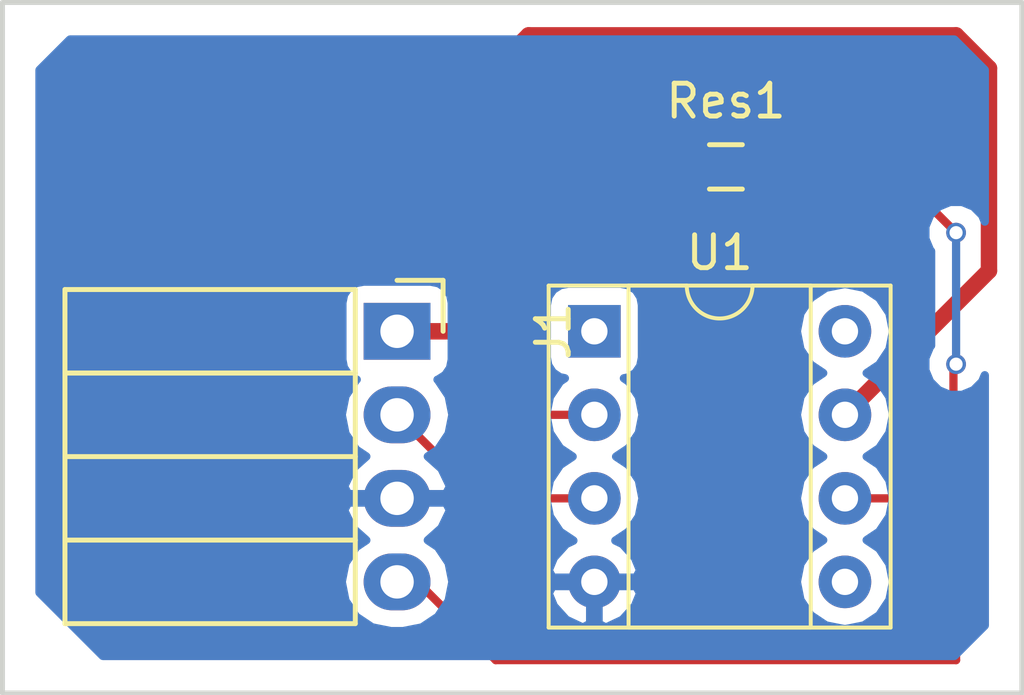
<source format=kicad_pcb>
(kicad_pcb (version 4) (host pcbnew 4.0.6)

  (general
    (links 6)
    (no_connects 0)
    (area 122.924999 87.924999 154.075001 109.085)
    (thickness 1.6)
    (drawings 4)
    (tracks 26)
    (zones 0)
    (modules 3)
    (nets 9)
  )

  (page A4)
  (layers
    (0 F.Cu signal)
    (31 B.Cu signal)
    (32 B.Adhes user)
    (33 F.Adhes user)
    (34 B.Paste user)
    (35 F.Paste user)
    (36 B.SilkS user)
    (37 F.SilkS user)
    (38 B.Mask user)
    (39 F.Mask user)
    (40 Dwgs.User user)
    (41 Cmts.User user)
    (42 Eco1.User user)
    (43 Eco2.User user)
    (44 Edge.Cuts user)
    (45 Margin user)
    (46 B.CrtYd user)
    (47 F.CrtYd user)
    (48 B.Fab user)
    (49 F.Fab user hide)
  )

  (setup
    (last_trace_width 0.25)
    (trace_clearance 0.2)
    (zone_clearance 0.508)
    (zone_45_only no)
    (trace_min 0.2)
    (segment_width 0.2)
    (edge_width 0.15)
    (via_size 0.6)
    (via_drill 0.4)
    (via_min_size 0.4)
    (via_min_drill 0.3)
    (uvia_size 0.3)
    (uvia_drill 0.1)
    (uvias_allowed no)
    (uvia_min_size 0.2)
    (uvia_min_drill 0.1)
    (pcb_text_width 0.3)
    (pcb_text_size 1.5 1.5)
    (mod_edge_width 0.15)
    (mod_text_size 1 1)
    (mod_text_width 0.15)
    (pad_size 1.2 0.9)
    (pad_drill 0)
    (pad_to_mask_clearance 0.2)
    (aux_axis_origin 0 0)
    (grid_origin 152 92)
    (visible_elements FFFEFF7F)
    (pcbplotparams
      (layerselection 0x00030_80000001)
      (usegerberextensions false)
      (excludeedgelayer true)
      (linewidth 0.100000)
      (plotframeref false)
      (viasonmask false)
      (mode 1)
      (useauxorigin false)
      (hpglpennumber 1)
      (hpglpenspeed 20)
      (hpglpendiameter 15)
      (hpglpenoverlay 2)
      (psnegative false)
      (psa4output false)
      (plotreference true)
      (plotvalue true)
      (plotinvisibletext false)
      (padsonsilk false)
      (subtractmaskfromsilk false)
      (outputformat 1)
      (mirror false)
      (drillshape 0)
      (scaleselection 1)
      (outputdirectory ""))
  )

  (net 0 "")
  (net 1 Vout)
  (net 2 "Net-(Res1-Pad2)")
  (net 3 "Net-(U1-Pad1)")
  (net 4 "Net-(U1-Pad5)")
  (net 5 Vin)
  (net 6 +5V)
  (net 7 GND)
  (net 8 "Net-(U1-Pad8)")

  (net_class Default "This is the default net class."
    (clearance 0.2)
    (trace_width 0.25)
    (via_dia 0.6)
    (via_drill 0.4)
    (uvia_dia 0.3)
    (uvia_drill 0.1)
    (add_net "Net-(Res1-Pad2)")
    (add_net "Net-(U1-Pad1)")
    (add_net "Net-(U1-Pad5)")
    (add_net "Net-(U1-Pad8)")
    (add_net Vin)
    (add_net Vout)
  )

  (net_class GND ""
    (clearance 0.2)
    (trace_width 0.35)
    (via_dia 0.6)
    (via_drill 0.4)
    (uvia_dia 0.3)
    (uvia_drill 0.1)
    (add_net GND)
  )

  (net_class Power ""
    (clearance 0.2)
    (trace_width 0.5)
    (via_dia 0.6)
    (via_drill 0.4)
    (uvia_dia 0.3)
    (uvia_drill 0.1)
    (add_net +5V)
  )

  (module Resistors_SMD:R_0603_HandSoldering (layer F.Cu) (tedit 5928C866) (tstamp 5928C249)
    (at 145 93 180)
    (descr "Resistor SMD 0603, hand soldering")
    (tags "resistor 0603")
    (path /5928B67C)
    (attr smd)
    (fp_text reference Res1 (at 0 2 180) (layer F.SilkS)
      (effects (font (size 1 1) (thickness 0.15)))
    )
    (fp_text value R (at 0 1.9 180) (layer F.Fab)
      (effects (font (size 1 1) (thickness 0.15)))
    )
    (fp_line (start -0.8 0.4) (end -0.8 -0.4) (layer F.Fab) (width 0.1))
    (fp_line (start 0.8 0.4) (end -0.8 0.4) (layer F.Fab) (width 0.1))
    (fp_line (start 0.8 -0.4) (end 0.8 0.4) (layer F.Fab) (width 0.1))
    (fp_line (start -0.8 -0.4) (end 0.8 -0.4) (layer F.Fab) (width 0.1))
    (fp_line (start -2 -0.8) (end 2 -0.8) (layer F.CrtYd) (width 0.05))
    (fp_line (start -2 0.8) (end 2 0.8) (layer F.CrtYd) (width 0.05))
    (fp_line (start -2 -0.8) (end -2 0.8) (layer F.CrtYd) (width 0.05))
    (fp_line (start 2 -0.8) (end 2 0.8) (layer F.CrtYd) (width 0.05))
    (fp_line (start 0.5 0.675) (end -0.5 0.675) (layer F.SilkS) (width 0.15))
    (fp_line (start -0.5 -0.675) (end 0.5 -0.675) (layer F.SilkS) (width 0.15))
    (pad 1 smd rect (at -1.1 0 180) (size 1.2 0.9) (layers F.Cu F.Paste F.Mask)
      (net 1 Vout))
    (pad 2 smd rect (at 1.1 0 180) (size 1.2 0.9) (layers F.Cu F.Paste F.Mask)
      (net 2 "Net-(Res1-Pad2)"))
    (model Resistors_SMD.3dshapes/R_0603_HandSoldering.wrl
      (at (xyz 0 0 0))
      (scale (xyz 1 1 1))
      (rotate (xyz 0 0 0))
    )
  )

  (module Housings_DIP:DIP-8_W7.62mm_Socket (layer F.Cu) (tedit 586281B4) (tstamp 5928C26C)
    (at 141 98)
    (descr "8-lead dip package, row spacing 7.62 mm (300 mils), Socket")
    (tags "DIL DIP PDIP 2.54mm 7.62mm 300mil Socket")
    (path /5928AF9E)
    (fp_text reference U1 (at 3.81 -2.39) (layer F.SilkS)
      (effects (font (size 1 1) (thickness 0.15)))
    )
    (fp_text value MCP601ST (at 3.81 10.01) (layer F.Fab)
      (effects (font (size 1 1) (thickness 0.15)))
    )
    (fp_arc (start 3.81 -1.39) (end 2.81 -1.39) (angle -180) (layer F.SilkS) (width 0.12))
    (fp_line (start 1.635 -1.27) (end 6.985 -1.27) (layer F.Fab) (width 0.1))
    (fp_line (start 6.985 -1.27) (end 6.985 8.89) (layer F.Fab) (width 0.1))
    (fp_line (start 6.985 8.89) (end 0.635 8.89) (layer F.Fab) (width 0.1))
    (fp_line (start 0.635 8.89) (end 0.635 -0.27) (layer F.Fab) (width 0.1))
    (fp_line (start 0.635 -0.27) (end 1.635 -1.27) (layer F.Fab) (width 0.1))
    (fp_line (start -1.27 -1.27) (end -1.27 8.89) (layer F.Fab) (width 0.1))
    (fp_line (start -1.27 8.89) (end 8.89 8.89) (layer F.Fab) (width 0.1))
    (fp_line (start 8.89 8.89) (end 8.89 -1.27) (layer F.Fab) (width 0.1))
    (fp_line (start 8.89 -1.27) (end -1.27 -1.27) (layer F.Fab) (width 0.1))
    (fp_line (start 2.81 -1.39) (end 1.04 -1.39) (layer F.SilkS) (width 0.12))
    (fp_line (start 1.04 -1.39) (end 1.04 9.01) (layer F.SilkS) (width 0.12))
    (fp_line (start 1.04 9.01) (end 6.58 9.01) (layer F.SilkS) (width 0.12))
    (fp_line (start 6.58 9.01) (end 6.58 -1.39) (layer F.SilkS) (width 0.12))
    (fp_line (start 6.58 -1.39) (end 4.81 -1.39) (layer F.SilkS) (width 0.12))
    (fp_line (start -1.39 -1.39) (end -1.39 9.01) (layer F.SilkS) (width 0.12))
    (fp_line (start -1.39 9.01) (end 9.01 9.01) (layer F.SilkS) (width 0.12))
    (fp_line (start 9.01 9.01) (end 9.01 -1.39) (layer F.SilkS) (width 0.12))
    (fp_line (start 9.01 -1.39) (end -1.39 -1.39) (layer F.SilkS) (width 0.12))
    (fp_line (start -1.7 -1.7) (end -1.7 9.3) (layer F.CrtYd) (width 0.05))
    (fp_line (start -1.7 9.3) (end 9.3 9.3) (layer F.CrtYd) (width 0.05))
    (fp_line (start 9.3 9.3) (end 9.3 -1.7) (layer F.CrtYd) (width 0.05))
    (fp_line (start 9.3 -1.7) (end -1.7 -1.7) (layer F.CrtYd) (width 0.05))
    (pad 1 thru_hole rect (at 0 0) (size 1.6 1.6) (drill 0.8) (layers *.Cu *.Mask)
      (net 3 "Net-(U1-Pad1)"))
    (pad 5 thru_hole oval (at 7.62 7.62) (size 1.6 1.6) (drill 0.8) (layers *.Cu *.Mask)
      (net 4 "Net-(U1-Pad5)"))
    (pad 2 thru_hole oval (at 0 2.54) (size 1.6 1.6) (drill 0.8) (layers *.Cu *.Mask)
      (net 2 "Net-(Res1-Pad2)"))
    (pad 6 thru_hole oval (at 7.62 5.08) (size 1.6 1.6) (drill 0.8) (layers *.Cu *.Mask)
      (net 1 Vout))
    (pad 3 thru_hole oval (at 0 5.08) (size 1.6 1.6) (drill 0.8) (layers *.Cu *.Mask)
      (net 5 Vin))
    (pad 7 thru_hole oval (at 7.62 2.54) (size 1.6 1.6) (drill 0.8) (layers *.Cu *.Mask)
      (net 6 +5V))
    (pad 4 thru_hole oval (at 0 7.62) (size 1.6 1.6) (drill 0.8) (layers *.Cu *.Mask)
      (net 7 GND))
    (pad 8 thru_hole oval (at 7.62 0) (size 1.6 1.6) (drill 0.8) (layers *.Cu *.Mask)
      (net 8 "Net-(U1-Pad8)"))
    (model Housings_DIP.3dshapes/DIP-8_W7.62mm_Socket.wrl
      (at (xyz 0 0 0))
      (scale (xyz 1 1 1))
      (rotate (xyz 0 0 0))
    )
  )

  (module Socket_Strips:Socket_Strip_Angled_1x04 (layer F.Cu) (tedit 0) (tstamp 5928E3BB)
    (at 135 98 270)
    (descr "Through hole socket strip")
    (tags "socket strip")
    (path /5928C312)
    (fp_text reference J1 (at 0 -4.75 270) (layer F.SilkS)
      (effects (font (size 1 1) (thickness 0.15)))
    )
    (fp_text value CONN_01X04 (at 0 -2.75 270) (layer F.Fab)
      (effects (font (size 1 1) (thickness 0.15)))
    )
    (fp_line (start -1.75 -1.5) (end -1.75 10.6) (layer F.CrtYd) (width 0.05))
    (fp_line (start 9.4 -1.5) (end 9.4 10.6) (layer F.CrtYd) (width 0.05))
    (fp_line (start -1.75 -1.5) (end 9.4 -1.5) (layer F.CrtYd) (width 0.05))
    (fp_line (start -1.75 10.6) (end 9.4 10.6) (layer F.CrtYd) (width 0.05))
    (fp_line (start 8.89 10.1) (end 8.89 1.27) (layer F.SilkS) (width 0.15))
    (fp_line (start 6.35 10.1) (end 8.89 10.1) (layer F.SilkS) (width 0.15))
    (fp_line (start 6.35 1.27) (end 8.89 1.27) (layer F.SilkS) (width 0.15))
    (fp_line (start 3.81 1.27) (end 6.35 1.27) (layer F.SilkS) (width 0.15))
    (fp_line (start 3.81 10.1) (end 6.35 10.1) (layer F.SilkS) (width 0.15))
    (fp_line (start 6.35 10.1) (end 6.35 1.27) (layer F.SilkS) (width 0.15))
    (fp_line (start 3.81 10.1) (end 3.81 1.27) (layer F.SilkS) (width 0.15))
    (fp_line (start 1.27 10.1) (end 3.81 10.1) (layer F.SilkS) (width 0.15))
    (fp_line (start 1.27 1.27) (end 1.27 10.1) (layer F.SilkS) (width 0.15))
    (fp_line (start 1.27 1.27) (end 3.81 1.27) (layer F.SilkS) (width 0.15))
    (fp_line (start -1.27 1.27) (end 1.27 1.27) (layer F.SilkS) (width 0.15))
    (fp_line (start 0 -1.4) (end -1.55 -1.4) (layer F.SilkS) (width 0.15))
    (fp_line (start -1.55 -1.4) (end -1.55 0) (layer F.SilkS) (width 0.15))
    (fp_line (start -1.27 1.27) (end -1.27 10.1) (layer F.SilkS) (width 0.15))
    (fp_line (start -1.27 10.1) (end 1.27 10.1) (layer F.SilkS) (width 0.15))
    (fp_line (start 1.27 10.1) (end 1.27 1.27) (layer F.SilkS) (width 0.15))
    (pad 1 thru_hole rect (at 0 0 270) (size 1.7272 2.032) (drill 1.016) (layers *.Cu *.Mask)
      (net 6 +5V))
    (pad 2 thru_hole oval (at 2.54 0 270) (size 1.7272 2.032) (drill 1.016) (layers *.Cu *.Mask)
      (net 5 Vin))
    (pad 3 thru_hole oval (at 5.08 0 270) (size 1.7272 2.032) (drill 1.016) (layers *.Cu *.Mask)
      (net 7 GND))
    (pad 4 thru_hole oval (at 7.62 0 270) (size 1.7272 2.032) (drill 1.016) (layers *.Cu *.Mask)
      (net 1 Vout))
    (model Socket_Strips.3dshapes/Socket_Strip_Angled_1x04.wrl
      (at (xyz 0.15 0 0))
      (scale (xyz 1 1 1))
      (rotate (xyz 0 0 180))
    )
  )

  (gr_line (start 123 88) (end 154 88) (angle 90) (layer Edge.Cuts) (width 0.15))
  (gr_line (start 123 109) (end 123 88) (angle 90) (layer Edge.Cuts) (width 0.15))
  (gr_line (start 154 109) (end 123 109) (angle 90) (layer Edge.Cuts) (width 0.15))
  (gr_line (start 154 88) (end 154 109) (angle 90) (layer Edge.Cuts) (width 0.15))

  (segment (start 151.92 103.08) (end 151.92 99.08) (width 0.25) (layer F.Cu) (net 1))
  (segment (start 150 93) (end 146.1 93) (width 0.25) (layer F.Cu) (net 1) (tstamp 5928E4FA))
  (segment (start 152 95) (end 150 93) (width 0.25) (layer F.Cu) (net 1) (tstamp 5928E4F9))
  (via (at 152 95) (size 0.6) (drill 0.4) (layers F.Cu B.Cu) (net 1))
  (segment (start 152 99) (end 152 95) (width 0.25) (layer B.Cu) (net 1) (tstamp 5928E4F6))
  (via (at 152 99) (size 0.6) (drill 0.4) (layers F.Cu B.Cu) (net 1))
  (segment (start 151.92 99.08) (end 152 99) (width 0.25) (layer F.Cu) (net 1) (tstamp 5928E4F3))
  (segment (start 152 108) (end 138 108) (width 0.25) (layer F.Cu) (net 1))
  (segment (start 151.92 103.08) (end 152 103.16) (width 0.25) (layer F.Cu) (net 1) (tstamp 5928E4A2))
  (segment (start 152 103.16) (end 152 108) (width 0.25) (layer F.Cu) (net 1) (tstamp 5928E4A3))
  (segment (start 148.62 103.08) (end 151.92 103.08) (width 0.25) (layer F.Cu) (net 1))
  (segment (start 138 108) (end 135.62 105.62) (width 0.25) (layer F.Cu) (net 1) (tstamp 5928E4E8))
  (segment (start 135.62 105.62) (end 135 105.62) (width 0.25) (layer F.Cu) (net 1) (tstamp 5928E4E9))
  (segment (start 141 100.54) (end 139.54 100.54) (width 0.25) (layer F.Cu) (net 2))
  (segment (start 138 93) (end 143.9 93) (width 0.25) (layer F.Cu) (net 2) (tstamp 5928E49E))
  (segment (start 138 99) (end 138 93) (width 0.25) (layer F.Cu) (net 2) (tstamp 5928E49D))
  (segment (start 139.54 100.54) (end 138 99) (width 0.25) (layer F.Cu) (net 2) (tstamp 5928E49C))
  (segment (start 137.54 103.08) (end 135 100.54) (width 0.25) (layer F.Cu) (net 5) (tstamp 5928E532))
  (segment (start 141 103.08) (end 137.54 103.08) (width 0.25) (layer F.Cu) (net 5))
  (segment (start 135 98) (end 137 98) (width 0.5) (layer F.Cu) (net 6))
  (segment (start 153 96.16) (end 148.62 100.54) (width 0.5) (layer F.Cu) (net 6) (tstamp 5928E479))
  (segment (start 153 90) (end 153 96.16) (width 0.5) (layer F.Cu) (net 6) (tstamp 5928E477))
  (segment (start 152 89) (end 153 90) (width 0.5) (layer F.Cu) (net 6) (tstamp 5928E475))
  (segment (start 139 89) (end 152 89) (width 0.5) (layer F.Cu) (net 6) (tstamp 5928E473))
  (segment (start 137 91) (end 139 89) (width 0.5) (layer F.Cu) (net 6) (tstamp 5928E472))
  (segment (start 137 98) (end 137 91) (width 0.5) (layer F.Cu) (net 6) (tstamp 5928E471))

  (zone (net 7) (net_name GND) (layer B.Cu) (tstamp 592926DC) (hatch edge 0.508)
    (connect_pads (clearance 0.508))
    (min_thickness 0.254)
    (fill yes (arc_segments 16) (thermal_gap 0.508) (thermal_bridge_width 0.508))
    (polygon
      (pts
        (xy 124 106) (xy 126 108) (xy 152 108) (xy 153 107) (xy 153 90)
        (xy 152 89) (xy 125 89) (xy 124 90)
      )
    )
    (filled_polygon
      (pts
        (xy 152.873 90.052606) (xy 152.873 94.664389) (xy 152.793117 94.471057) (xy 152.530327 94.207808) (xy 152.186799 94.065162)
        (xy 151.814833 94.064838) (xy 151.471057 94.206883) (xy 151.207808 94.469673) (xy 151.065162 94.813201) (xy 151.064838 95.185167)
        (xy 151.206883 95.528943) (xy 151.24 95.562118) (xy 151.24 98.437537) (xy 151.207808 98.469673) (xy 151.065162 98.813201)
        (xy 151.064838 99.185167) (xy 151.206883 99.528943) (xy 151.469673 99.792192) (xy 151.813201 99.934838) (xy 152.185167 99.935162)
        (xy 152.528943 99.793117) (xy 152.792192 99.530327) (xy 152.873 99.335721) (xy 152.873 106.947394) (xy 151.947394 107.873)
        (xy 126.052606 107.873) (xy 124.127 105.947394) (xy 124.127 105.62) (xy 133.316655 105.62) (xy 133.430729 106.193489)
        (xy 133.755585 106.67967) (xy 134.241766 107.004526) (xy 134.815255 107.1186) (xy 135.184745 107.1186) (xy 135.758234 107.004526)
        (xy 136.244415 106.67967) (xy 136.569271 106.193489) (xy 136.613916 105.969039) (xy 139.608096 105.969039) (xy 139.768959 106.357423)
        (xy 140.144866 106.772389) (xy 140.650959 107.011914) (xy 140.873 106.890629) (xy 140.873 105.747) (xy 141.127 105.747)
        (xy 141.127 106.890629) (xy 141.349041 107.011914) (xy 141.855134 106.772389) (xy 142.231041 106.357423) (xy 142.391904 105.969039)
        (xy 142.269915 105.747) (xy 141.127 105.747) (xy 140.873 105.747) (xy 139.730085 105.747) (xy 139.608096 105.969039)
        (xy 136.613916 105.969039) (xy 136.683345 105.62) (xy 136.569271 105.046511) (xy 136.244415 104.56033) (xy 135.934931 104.353539)
        (xy 136.350732 103.982036) (xy 136.604709 103.454791) (xy 136.607358 103.439026) (xy 136.486217 103.207) (xy 135.127 103.207)
        (xy 135.127 103.227) (xy 134.873 103.227) (xy 134.873 103.207) (xy 133.513783 103.207) (xy 133.392642 103.439026)
        (xy 133.395291 103.454791) (xy 133.649268 103.982036) (xy 134.065069 104.353539) (xy 133.755585 104.56033) (xy 133.430729 105.046511)
        (xy 133.316655 105.62) (xy 124.127 105.62) (xy 124.127 100.54) (xy 133.316655 100.54) (xy 133.430729 101.113489)
        (xy 133.755585 101.59967) (xy 134.065069 101.806461) (xy 133.649268 102.177964) (xy 133.395291 102.705209) (xy 133.392642 102.720974)
        (xy 133.513783 102.953) (xy 134.873 102.953) (xy 134.873 102.933) (xy 135.127 102.933) (xy 135.127 102.953)
        (xy 136.486217 102.953) (xy 136.607358 102.720974) (xy 136.604709 102.705209) (xy 136.350732 102.177964) (xy 135.934931 101.806461)
        (xy 136.244415 101.59967) (xy 136.569271 101.113489) (xy 136.683345 100.54) (xy 139.536887 100.54) (xy 139.64612 101.089151)
        (xy 139.957189 101.554698) (xy 140.339275 101.81) (xy 139.957189 102.065302) (xy 139.64612 102.530849) (xy 139.536887 103.08)
        (xy 139.64612 103.629151) (xy 139.957189 104.094698) (xy 140.361703 104.364986) (xy 140.144866 104.467611) (xy 139.768959 104.882577)
        (xy 139.608096 105.270961) (xy 139.730085 105.493) (xy 140.873 105.493) (xy 140.873 105.473) (xy 141.127 105.473)
        (xy 141.127 105.493) (xy 142.269915 105.493) (xy 142.391904 105.270961) (xy 142.231041 104.882577) (xy 141.855134 104.467611)
        (xy 141.638297 104.364986) (xy 142.042811 104.094698) (xy 142.35388 103.629151) (xy 142.463113 103.08) (xy 142.35388 102.530849)
        (xy 142.042811 102.065302) (xy 141.660725 101.81) (xy 142.042811 101.554698) (xy 142.35388 101.089151) (xy 142.463113 100.54)
        (xy 142.35388 99.990849) (xy 142.042811 99.525302) (xy 141.898535 99.428899) (xy 142.035317 99.403162) (xy 142.251441 99.26409)
        (xy 142.396431 99.05189) (xy 142.44744 98.8) (xy 142.44744 98) (xy 147.156887 98) (xy 147.26612 98.549151)
        (xy 147.577189 99.014698) (xy 147.959275 99.27) (xy 147.577189 99.525302) (xy 147.26612 99.990849) (xy 147.156887 100.54)
        (xy 147.26612 101.089151) (xy 147.577189 101.554698) (xy 147.959275 101.81) (xy 147.577189 102.065302) (xy 147.26612 102.530849)
        (xy 147.156887 103.08) (xy 147.26612 103.629151) (xy 147.577189 104.094698) (xy 147.959275 104.35) (xy 147.577189 104.605302)
        (xy 147.26612 105.070849) (xy 147.156887 105.62) (xy 147.26612 106.169151) (xy 147.577189 106.634698) (xy 148.042736 106.945767)
        (xy 148.591887 107.055) (xy 148.648113 107.055) (xy 149.197264 106.945767) (xy 149.662811 106.634698) (xy 149.97388 106.169151)
        (xy 150.083113 105.62) (xy 149.97388 105.070849) (xy 149.662811 104.605302) (xy 149.280725 104.35) (xy 149.662811 104.094698)
        (xy 149.97388 103.629151) (xy 150.083113 103.08) (xy 149.97388 102.530849) (xy 149.662811 102.065302) (xy 149.280725 101.81)
        (xy 149.662811 101.554698) (xy 149.97388 101.089151) (xy 150.083113 100.54) (xy 149.97388 99.990849) (xy 149.662811 99.525302)
        (xy 149.280725 99.27) (xy 149.662811 99.014698) (xy 149.97388 98.549151) (xy 150.083113 98) (xy 149.97388 97.450849)
        (xy 149.662811 96.985302) (xy 149.197264 96.674233) (xy 148.648113 96.565) (xy 148.591887 96.565) (xy 148.042736 96.674233)
        (xy 147.577189 96.985302) (xy 147.26612 97.450849) (xy 147.156887 98) (xy 142.44744 98) (xy 142.44744 97.2)
        (xy 142.403162 96.964683) (xy 142.26409 96.748559) (xy 142.05189 96.603569) (xy 141.8 96.55256) (xy 140.2 96.55256)
        (xy 139.964683 96.596838) (xy 139.748559 96.73591) (xy 139.603569 96.94811) (xy 139.55256 97.2) (xy 139.55256 98.8)
        (xy 139.596838 99.035317) (xy 139.73591 99.251441) (xy 139.94811 99.396431) (xy 140.103089 99.427815) (xy 139.957189 99.525302)
        (xy 139.64612 99.990849) (xy 139.536887 100.54) (xy 136.683345 100.54) (xy 136.569271 99.966511) (xy 136.244415 99.48033)
        (xy 136.230087 99.470757) (xy 136.251317 99.466762) (xy 136.467441 99.32769) (xy 136.612431 99.11549) (xy 136.66344 98.8636)
        (xy 136.66344 97.1364) (xy 136.619162 96.901083) (xy 136.48009 96.684959) (xy 136.26789 96.539969) (xy 136.016 96.48896)
        (xy 133.984 96.48896) (xy 133.748683 96.533238) (xy 133.532559 96.67231) (xy 133.387569 96.88451) (xy 133.33656 97.1364)
        (xy 133.33656 98.8636) (xy 133.380838 99.098917) (xy 133.51991 99.315041) (xy 133.73211 99.460031) (xy 133.773439 99.4684)
        (xy 133.755585 99.48033) (xy 133.430729 99.966511) (xy 133.316655 100.54) (xy 124.127 100.54) (xy 124.127 90.052606)
        (xy 125.052606 89.127) (xy 151.947394 89.127)
      )
    )
  )
)

</source>
